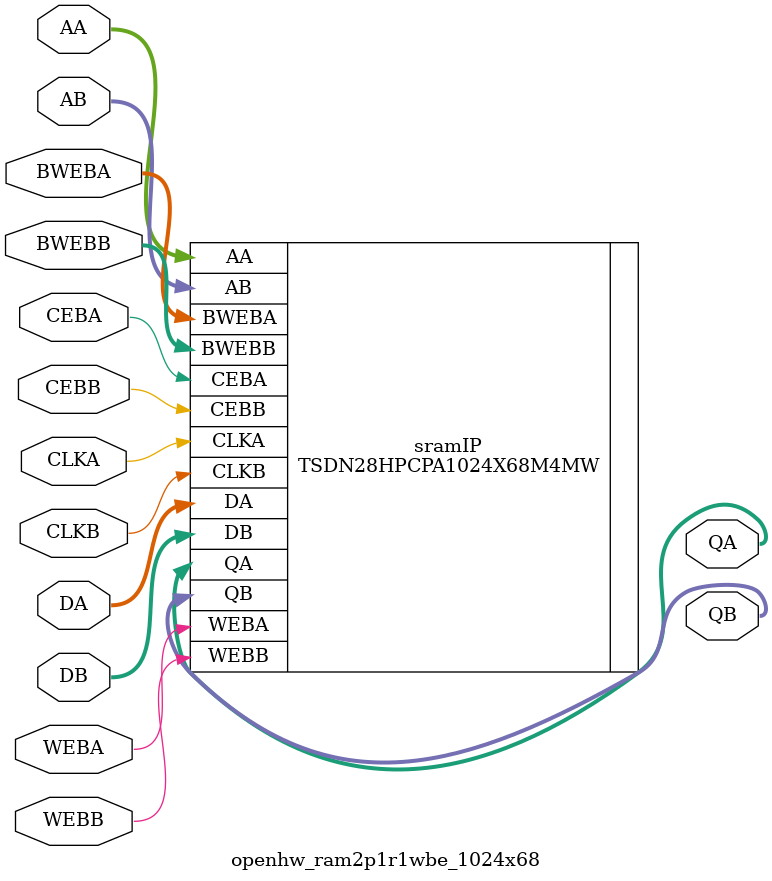
<source format=sv>

module openhw_ram2p1r1wbe_1024x68 ( 
  input  logic          CLKA, 
  input  logic          CLKB, 
  input  logic          CEBA, 
  input  logic          CEBB, 
  input  logic          WEBA,
  input  logic          WEBB,
  input  logic [9:0]    AA, 
  input  logic [9:0]    AB, 
  input  logic [67:0]   DA,
  input  logic [67:0]   DB,
  input  logic [67:0]   BWEBA, 
  input  logic [67:0]   BWEBB, 
  output logic [67:0]   QA,
  output logic [67:0]   QB
);

   // replace "generic1024x68RAM" with "TSDN..1024X68.." module from your memory vendor
   //generic1024x68RAM sramIP (.CLKA, .CLKB, .CEBA, .CEBB, .WEBA, .WEBB, 
   //         .AA, .AB, .DA, .DB, .BWEBA, .BWEBB, .QA, .QB);
  TSDN28HPCPA1024X68M4MW sramIP(.CLKA, .CLKB, .CEBA, .CEBB, .WEBA, .WEBB, 
    .AA, .AB, .DA, .DB, .BWEBA, .BWEBB, .QA, .QB);

endmodule

</source>
